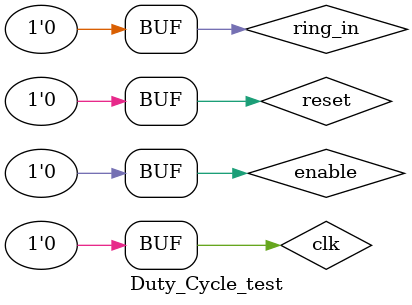
<source format=v>
`timescale 1ns / 1ps


module Duty_Cycle_test;

	// Inputs
	reg ring_in;
	reg enable;
	reg clk;
	reg reset;

	// Outputs
	wire [16:0] value;

	// Instantiate the Unit Under Test (UUT)
	Duty_Cycle_Circuit uut (
		.ring_in(ring_in), 
		.enable(enable), 
		.clk(clk), 
		.reset(reset), 
		.value(value)
	);

	initial begin
		// Initialize Inputs
		ring_in = 0;
		enable = 0;
		clk = 0;
		reset = 0;

		// Wait 100 ns for global reset to finish
		#100;
        
		// Add stimulus here

	end
      
endmodule


</source>
